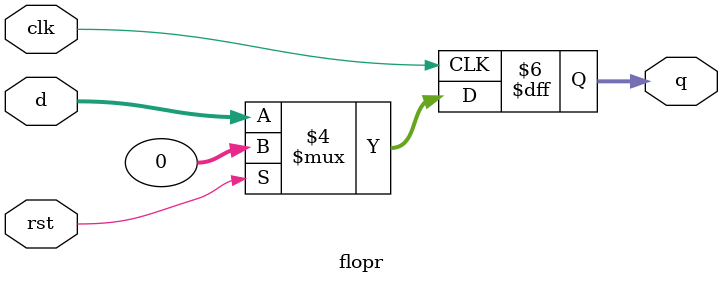
<source format=v>
module flopr(clk, rst, d, q);
    parameter width=32;
    input clk;
    input rst;
    input [width-1:0] d;
    output reg [width-1:0] q;

    always @(negedge clk)
        if (~rst)
            q <= d;
        else
            q <= 0;
endmodule
</source>
